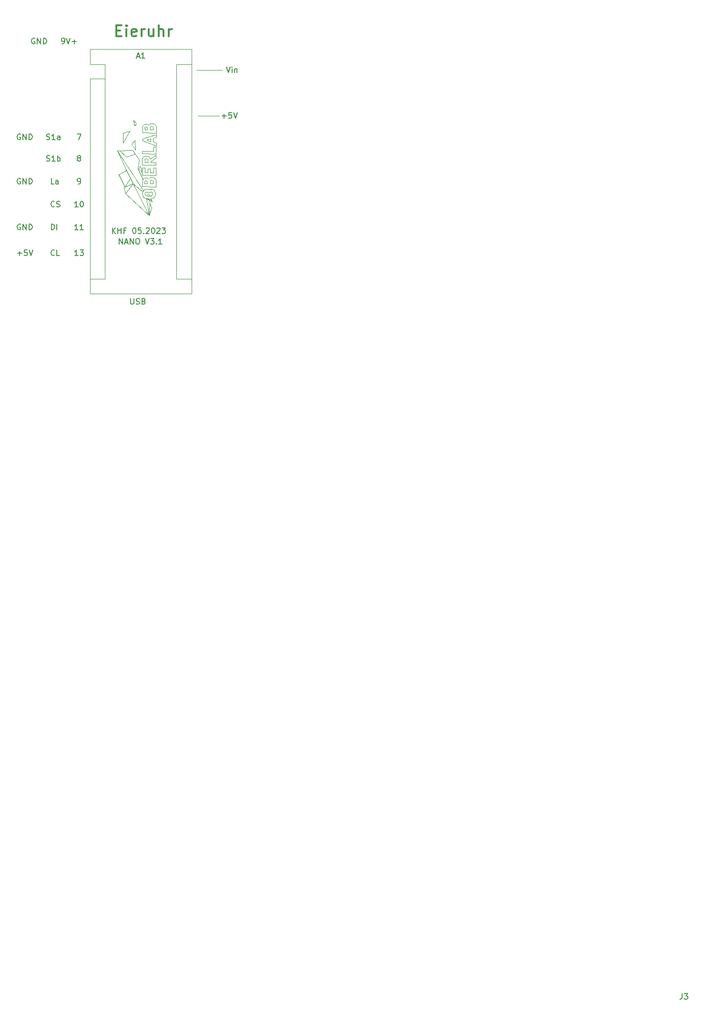
<source format=gbr>
%TF.GenerationSoftware,KiCad,Pcbnew,(5.1.9)-1*%
%TF.CreationDate,2023-04-30T12:58:08+02:00*%
%TF.ProjectId,NANO_Bot,4e414e4f-5f42-46f7-942e-6b696361645f,rev?*%
%TF.SameCoordinates,Original*%
%TF.FileFunction,Legend,Top*%
%TF.FilePolarity,Positive*%
%FSLAX46Y46*%
G04 Gerber Fmt 4.6, Leading zero omitted, Abs format (unit mm)*
G04 Created by KiCad (PCBNEW (5.1.9)-1) date 2023-04-30 12:58:08*
%MOMM*%
%LPD*%
G01*
G04 APERTURE LIST*
%ADD10C,0.150000*%
%ADD11C,0.300000*%
%ADD12C,0.120000*%
%ADD13C,0.050000*%
G04 APERTURE END LIST*
D10*
X118427523Y-345384380D02*
X117856095Y-345384380D01*
X118141809Y-345384380D02*
X118141809Y-344384380D01*
X118046571Y-344527238D01*
X117951333Y-344622476D01*
X117856095Y-344670095D01*
X118760857Y-344384380D02*
X119379904Y-344384380D01*
X119046571Y-344765333D01*
X119189428Y-344765333D01*
X119284666Y-344812952D01*
X119332285Y-344860571D01*
X119379904Y-344955809D01*
X119379904Y-345193904D01*
X119332285Y-345289142D01*
X119284666Y-345336761D01*
X119189428Y-345384380D01*
X118903714Y-345384380D01*
X118808476Y-345336761D01*
X118760857Y-345289142D01*
X107680285Y-345003428D02*
X108442190Y-345003428D01*
X108061238Y-345384380D02*
X108061238Y-344622476D01*
X109394571Y-344384380D02*
X108918380Y-344384380D01*
X108870761Y-344860571D01*
X108918380Y-344812952D01*
X109013619Y-344765333D01*
X109251714Y-344765333D01*
X109346952Y-344812952D01*
X109394571Y-344860571D01*
X109442190Y-344955809D01*
X109442190Y-345193904D01*
X109394571Y-345289142D01*
X109346952Y-345336761D01*
X109251714Y-345384380D01*
X109013619Y-345384380D01*
X108918380Y-345336761D01*
X108870761Y-345289142D01*
X109727904Y-344384380D02*
X110061238Y-345384380D01*
X110394571Y-344384380D01*
X108204095Y-339860000D02*
X108108857Y-339812380D01*
X107966000Y-339812380D01*
X107823142Y-339860000D01*
X107727904Y-339955238D01*
X107680285Y-340050476D01*
X107632666Y-340240952D01*
X107632666Y-340383809D01*
X107680285Y-340574285D01*
X107727904Y-340669523D01*
X107823142Y-340764761D01*
X107966000Y-340812380D01*
X108061238Y-340812380D01*
X108204095Y-340764761D01*
X108251714Y-340717142D01*
X108251714Y-340383809D01*
X108061238Y-340383809D01*
X108680285Y-340812380D02*
X108680285Y-339812380D01*
X109251714Y-340812380D01*
X109251714Y-339812380D01*
X109727904Y-340812380D02*
X109727904Y-339812380D01*
X109966000Y-339812380D01*
X110108857Y-339860000D01*
X110204095Y-339955238D01*
X110251714Y-340050476D01*
X110299333Y-340240952D01*
X110299333Y-340383809D01*
X110251714Y-340574285D01*
X110204095Y-340669523D01*
X110108857Y-340764761D01*
X109966000Y-340812380D01*
X109727904Y-340812380D01*
X114252380Y-345289142D02*
X114204761Y-345336761D01*
X114061904Y-345384380D01*
X113966666Y-345384380D01*
X113823809Y-345336761D01*
X113728571Y-345241523D01*
X113680952Y-345146285D01*
X113633333Y-344955809D01*
X113633333Y-344812952D01*
X113680952Y-344622476D01*
X113728571Y-344527238D01*
X113823809Y-344432000D01*
X113966666Y-344384380D01*
X114061904Y-344384380D01*
X114204761Y-344432000D01*
X114252380Y-344479619D01*
X115157142Y-345384380D02*
X114680952Y-345384380D01*
X114680952Y-344384380D01*
X114252380Y-336653142D02*
X114204761Y-336700761D01*
X114061904Y-336748380D01*
X113966666Y-336748380D01*
X113823808Y-336700761D01*
X113728570Y-336605523D01*
X113680951Y-336510285D01*
X113633332Y-336319809D01*
X113633332Y-336176952D01*
X113680951Y-335986476D01*
X113728570Y-335891238D01*
X113823808Y-335796000D01*
X113966666Y-335748380D01*
X114061904Y-335748380D01*
X114204761Y-335796000D01*
X114252380Y-335843619D01*
X114633332Y-336700761D02*
X114776189Y-336748380D01*
X115014285Y-336748380D01*
X115109523Y-336700761D01*
X115157142Y-336653142D01*
X115204761Y-336557904D01*
X115204761Y-336462666D01*
X115157142Y-336367428D01*
X115109523Y-336319809D01*
X115014285Y-336272190D01*
X114823808Y-336224571D01*
X114728570Y-336176952D01*
X114680951Y-336129333D01*
X114633332Y-336034095D01*
X114633332Y-335938857D01*
X114680951Y-335843619D01*
X114728570Y-335796000D01*
X114823808Y-335748380D01*
X115061904Y-335748380D01*
X115204761Y-335796000D01*
X114157142Y-332684380D02*
X113680952Y-332684380D01*
X113680952Y-331684380D01*
X114919047Y-332684380D02*
X114919047Y-332160571D01*
X114871428Y-332065333D01*
X114776190Y-332017714D01*
X114585714Y-332017714D01*
X114490476Y-332065333D01*
X114919047Y-332636761D02*
X114823809Y-332684380D01*
X114585714Y-332684380D01*
X114490476Y-332636761D01*
X114442857Y-332541523D01*
X114442857Y-332446285D01*
X114490476Y-332351047D01*
X114585714Y-332303428D01*
X114823809Y-332303428D01*
X114919047Y-332255809D01*
X108204095Y-323858000D02*
X108108857Y-323810380D01*
X107966000Y-323810380D01*
X107823142Y-323858000D01*
X107727904Y-323953238D01*
X107680285Y-324048476D01*
X107632666Y-324238952D01*
X107632666Y-324381809D01*
X107680285Y-324572285D01*
X107727904Y-324667523D01*
X107823142Y-324762761D01*
X107966000Y-324810380D01*
X108061238Y-324810380D01*
X108204095Y-324762761D01*
X108251714Y-324715142D01*
X108251714Y-324381809D01*
X108061238Y-324381809D01*
X108680285Y-324810380D02*
X108680285Y-323810380D01*
X109251714Y-324810380D01*
X109251714Y-323810380D01*
X109727904Y-324810380D02*
X109727904Y-323810380D01*
X109966000Y-323810380D01*
X110108857Y-323858000D01*
X110204095Y-323953238D01*
X110251714Y-324048476D01*
X110299333Y-324238952D01*
X110299333Y-324381809D01*
X110251714Y-324572285D01*
X110204095Y-324667523D01*
X110108857Y-324762761D01*
X109966000Y-324810380D01*
X109727904Y-324810380D01*
D11*
X125238476Y-305419142D02*
X125905142Y-305419142D01*
X126190857Y-306466761D02*
X125238476Y-306466761D01*
X125238476Y-304466761D01*
X126190857Y-304466761D01*
X127048000Y-306466761D02*
X127048000Y-305133428D01*
X127048000Y-304466761D02*
X126952761Y-304562000D01*
X127048000Y-304657238D01*
X127143238Y-304562000D01*
X127048000Y-304466761D01*
X127048000Y-304657238D01*
X128762285Y-306371523D02*
X128571809Y-306466761D01*
X128190857Y-306466761D01*
X128000380Y-306371523D01*
X127905142Y-306181047D01*
X127905142Y-305419142D01*
X128000380Y-305228666D01*
X128190857Y-305133428D01*
X128571809Y-305133428D01*
X128762285Y-305228666D01*
X128857523Y-305419142D01*
X128857523Y-305609619D01*
X127905142Y-305800095D01*
X129714666Y-306466761D02*
X129714666Y-305133428D01*
X129714666Y-305514380D02*
X129809904Y-305323904D01*
X129905142Y-305228666D01*
X130095619Y-305133428D01*
X130286095Y-305133428D01*
X131809904Y-305133428D02*
X131809904Y-306466761D01*
X130952761Y-305133428D02*
X130952761Y-306181047D01*
X131048000Y-306371523D01*
X131238476Y-306466761D01*
X131524190Y-306466761D01*
X131714666Y-306371523D01*
X131809904Y-306276285D01*
X132762285Y-306466761D02*
X132762285Y-304466761D01*
X133619428Y-306466761D02*
X133619428Y-305419142D01*
X133524190Y-305228666D01*
X133333714Y-305133428D01*
X133048000Y-305133428D01*
X132857523Y-305228666D01*
X132762285Y-305323904D01*
X134571809Y-306466761D02*
X134571809Y-305133428D01*
X134571809Y-305514380D02*
X134667047Y-305323904D01*
X134762285Y-305228666D01*
X134952761Y-305133428D01*
X135143238Y-305133428D01*
D12*
X139700000Y-320548000D02*
X143510000Y-320548000D01*
X139446000Y-312420000D02*
X144018000Y-312420000D01*
D10*
X127770095Y-353020380D02*
X127770095Y-353829904D01*
X127817714Y-353925142D01*
X127865333Y-353972761D01*
X127960571Y-354020380D01*
X128151047Y-354020380D01*
X128246285Y-353972761D01*
X128293904Y-353925142D01*
X128341523Y-353829904D01*
X128341523Y-353020380D01*
X128770095Y-353972761D02*
X128912952Y-354020380D01*
X129151047Y-354020380D01*
X129246285Y-353972761D01*
X129293904Y-353925142D01*
X129341523Y-353829904D01*
X129341523Y-353734666D01*
X129293904Y-353639428D01*
X129246285Y-353591809D01*
X129151047Y-353544190D01*
X128960571Y-353496571D01*
X128865333Y-353448952D01*
X128817714Y-353401333D01*
X128770095Y-353306095D01*
X128770095Y-353210857D01*
X128817714Y-353115619D01*
X128865333Y-353068000D01*
X128960571Y-353020380D01*
X129198666Y-353020380D01*
X129341523Y-353068000D01*
X130103428Y-353496571D02*
X130246285Y-353544190D01*
X130293904Y-353591809D01*
X130341523Y-353687047D01*
X130341523Y-353829904D01*
X130293904Y-353925142D01*
X130246285Y-353972761D01*
X130151047Y-354020380D01*
X129770095Y-354020380D01*
X129770095Y-353020380D01*
X130103428Y-353020380D01*
X130198666Y-353068000D01*
X130246285Y-353115619D01*
X130293904Y-353210857D01*
X130293904Y-353306095D01*
X130246285Y-353401333D01*
X130198666Y-353448952D01*
X130103428Y-353496571D01*
X129770095Y-353496571D01*
X144002285Y-320619428D02*
X144764190Y-320619428D01*
X144383238Y-321000380D02*
X144383238Y-320238476D01*
X145716571Y-320000380D02*
X145240380Y-320000380D01*
X145192761Y-320476571D01*
X145240380Y-320428952D01*
X145335619Y-320381333D01*
X145573714Y-320381333D01*
X145668952Y-320428952D01*
X145716571Y-320476571D01*
X145764190Y-320571809D01*
X145764190Y-320809904D01*
X145716571Y-320905142D01*
X145668952Y-320952761D01*
X145573714Y-321000380D01*
X145335619Y-321000380D01*
X145240380Y-320952761D01*
X145192761Y-320905142D01*
X146049904Y-320000380D02*
X146383238Y-321000380D01*
X146716571Y-320000380D01*
X144772190Y-311872380D02*
X145105523Y-312872380D01*
X145438857Y-311872380D01*
X145772190Y-312872380D02*
X145772190Y-312205714D01*
X145772190Y-311872380D02*
X145724571Y-311920000D01*
X145772190Y-311967619D01*
X145819809Y-311920000D01*
X145772190Y-311872380D01*
X145772190Y-311967619D01*
X146248380Y-312205714D02*
X146248380Y-312872380D01*
X146248380Y-312300952D02*
X146296000Y-312253333D01*
X146391238Y-312205714D01*
X146534095Y-312205714D01*
X146629333Y-312253333D01*
X146676952Y-312348571D01*
X146676952Y-312872380D01*
X118284666Y-323810380D02*
X118951333Y-323810380D01*
X118522761Y-324810380D01*
X118427523Y-332684380D02*
X118618000Y-332684380D01*
X118713238Y-332636761D01*
X118760857Y-332589142D01*
X118856095Y-332446285D01*
X118903714Y-332255809D01*
X118903714Y-331874857D01*
X118856095Y-331779619D01*
X118808476Y-331732000D01*
X118713238Y-331684380D01*
X118522761Y-331684380D01*
X118427523Y-331732000D01*
X118379904Y-331779619D01*
X118332285Y-331874857D01*
X118332285Y-332112952D01*
X118379904Y-332208190D01*
X118427523Y-332255809D01*
X118522761Y-332303428D01*
X118713238Y-332303428D01*
X118808476Y-332255809D01*
X118856095Y-332208190D01*
X118903714Y-332112952D01*
X118427523Y-336748380D02*
X117856095Y-336748380D01*
X118141809Y-336748380D02*
X118141809Y-335748380D01*
X118046571Y-335891238D01*
X117951333Y-335986476D01*
X117856095Y-336034095D01*
X119046571Y-335748380D02*
X119141809Y-335748380D01*
X119237047Y-335796000D01*
X119284666Y-335843619D01*
X119332285Y-335938857D01*
X119379904Y-336129333D01*
X119379904Y-336367428D01*
X119332285Y-336557904D01*
X119284666Y-336653142D01*
X119237047Y-336700761D01*
X119141809Y-336748380D01*
X119046571Y-336748380D01*
X118951333Y-336700761D01*
X118903714Y-336653142D01*
X118856095Y-336557904D01*
X118808476Y-336367428D01*
X118808476Y-336129333D01*
X118856095Y-335938857D01*
X118903714Y-335843619D01*
X118951333Y-335796000D01*
X119046571Y-335748380D01*
X118522761Y-328048952D02*
X118427523Y-328001333D01*
X118379904Y-327953714D01*
X118332285Y-327858476D01*
X118332285Y-327810857D01*
X118379904Y-327715619D01*
X118427523Y-327668000D01*
X118522761Y-327620380D01*
X118713238Y-327620380D01*
X118808476Y-327668000D01*
X118856095Y-327715619D01*
X118903714Y-327810857D01*
X118903714Y-327858476D01*
X118856095Y-327953714D01*
X118808476Y-328001333D01*
X118713238Y-328048952D01*
X118522761Y-328048952D01*
X118427523Y-328096571D01*
X118379904Y-328144190D01*
X118332285Y-328239428D01*
X118332285Y-328429904D01*
X118379904Y-328525142D01*
X118427523Y-328572761D01*
X118522761Y-328620380D01*
X118713238Y-328620380D01*
X118808476Y-328572761D01*
X118856095Y-328525142D01*
X118903714Y-328429904D01*
X118903714Y-328239428D01*
X118856095Y-328144190D01*
X118808476Y-328096571D01*
X118713238Y-328048952D01*
X118427523Y-340812380D02*
X117856095Y-340812380D01*
X118141809Y-340812380D02*
X118141809Y-339812380D01*
X118046571Y-339955238D01*
X117951333Y-340050476D01*
X117856095Y-340098095D01*
X119379904Y-340812380D02*
X118808476Y-340812380D01*
X119094190Y-340812380D02*
X119094190Y-339812380D01*
X118998952Y-339955238D01*
X118903714Y-340050476D01*
X118808476Y-340098095D01*
X125778095Y-343352380D02*
X125778095Y-342352380D01*
X126349523Y-343352380D01*
X126349523Y-342352380D01*
X126778095Y-343066666D02*
X127254285Y-343066666D01*
X126682857Y-343352380D02*
X127016190Y-342352380D01*
X127349523Y-343352380D01*
X127682857Y-343352380D02*
X127682857Y-342352380D01*
X128254285Y-343352380D01*
X128254285Y-342352380D01*
X128920952Y-342352380D02*
X129111428Y-342352380D01*
X129206666Y-342400000D01*
X129301904Y-342495238D01*
X129349523Y-342685714D01*
X129349523Y-343019047D01*
X129301904Y-343209523D01*
X129206666Y-343304761D01*
X129111428Y-343352380D01*
X128920952Y-343352380D01*
X128825714Y-343304761D01*
X128730476Y-343209523D01*
X128682857Y-343019047D01*
X128682857Y-342685714D01*
X128730476Y-342495238D01*
X128825714Y-342400000D01*
X128920952Y-342352380D01*
X130397142Y-342352380D02*
X130730476Y-343352380D01*
X131063809Y-342352380D01*
X131301904Y-342352380D02*
X131920952Y-342352380D01*
X131587619Y-342733333D01*
X131730476Y-342733333D01*
X131825714Y-342780952D01*
X131873333Y-342828571D01*
X131920952Y-342923809D01*
X131920952Y-343161904D01*
X131873333Y-343257142D01*
X131825714Y-343304761D01*
X131730476Y-343352380D01*
X131444761Y-343352380D01*
X131349523Y-343304761D01*
X131301904Y-343257142D01*
X132349523Y-343257142D02*
X132397142Y-343304761D01*
X132349523Y-343352380D01*
X132301904Y-343304761D01*
X132349523Y-343257142D01*
X132349523Y-343352380D01*
X133349523Y-343352380D02*
X132778095Y-343352380D01*
X133063809Y-343352380D02*
X133063809Y-342352380D01*
X132968571Y-342495238D01*
X132873333Y-342590476D01*
X132778095Y-342638095D01*
X113680952Y-340812380D02*
X113680952Y-339812380D01*
X113919047Y-339812380D01*
X114061904Y-339860000D01*
X114157142Y-339955238D01*
X114204761Y-340050476D01*
X114252380Y-340240952D01*
X114252380Y-340383809D01*
X114204761Y-340574285D01*
X114157142Y-340669523D01*
X114061904Y-340764761D01*
X113919047Y-340812380D01*
X113680952Y-340812380D01*
X114680952Y-340812380D02*
X114680952Y-339812380D01*
X108204095Y-331732000D02*
X108108857Y-331684380D01*
X107966000Y-331684380D01*
X107823142Y-331732000D01*
X107727904Y-331827238D01*
X107680285Y-331922476D01*
X107632666Y-332112952D01*
X107632666Y-332255809D01*
X107680285Y-332446285D01*
X107727904Y-332541523D01*
X107823142Y-332636761D01*
X107966000Y-332684380D01*
X108061238Y-332684380D01*
X108204095Y-332636761D01*
X108251714Y-332589142D01*
X108251714Y-332255809D01*
X108061238Y-332255809D01*
X108680285Y-332684380D02*
X108680285Y-331684380D01*
X109251714Y-332684380D01*
X109251714Y-331684380D01*
X109727904Y-332684380D02*
X109727904Y-331684380D01*
X109966000Y-331684380D01*
X110108857Y-331732000D01*
X110204095Y-331827238D01*
X110251714Y-331922476D01*
X110299333Y-332112952D01*
X110299333Y-332255809D01*
X110251714Y-332446285D01*
X110204095Y-332541523D01*
X110108857Y-332636761D01*
X109966000Y-332684380D01*
X109727904Y-332684380D01*
X112831714Y-328572761D02*
X112974571Y-328620380D01*
X113212666Y-328620380D01*
X113307904Y-328572761D01*
X113355523Y-328525142D01*
X113403142Y-328429904D01*
X113403142Y-328334666D01*
X113355523Y-328239428D01*
X113307904Y-328191809D01*
X113212666Y-328144190D01*
X113022190Y-328096571D01*
X112926952Y-328048952D01*
X112879333Y-328001333D01*
X112831714Y-327906095D01*
X112831714Y-327810857D01*
X112879333Y-327715619D01*
X112926952Y-327668000D01*
X113022190Y-327620380D01*
X113260285Y-327620380D01*
X113403142Y-327668000D01*
X114355523Y-328620380D02*
X113784095Y-328620380D01*
X114069809Y-328620380D02*
X114069809Y-327620380D01*
X113974571Y-327763238D01*
X113879333Y-327858476D01*
X113784095Y-327906095D01*
X114784095Y-328620380D02*
X114784095Y-327620380D01*
X114784095Y-328001333D02*
X114879333Y-327953714D01*
X115069809Y-327953714D01*
X115165047Y-328001333D01*
X115212666Y-328048952D01*
X115260285Y-328144190D01*
X115260285Y-328429904D01*
X115212666Y-328525142D01*
X115165047Y-328572761D01*
X115069809Y-328620380D01*
X114879333Y-328620380D01*
X114784095Y-328572761D01*
X112831714Y-324762761D02*
X112974571Y-324810380D01*
X113212666Y-324810380D01*
X113307904Y-324762761D01*
X113355523Y-324715142D01*
X113403142Y-324619904D01*
X113403142Y-324524666D01*
X113355523Y-324429428D01*
X113307904Y-324381809D01*
X113212666Y-324334190D01*
X113022190Y-324286571D01*
X112926952Y-324238952D01*
X112879333Y-324191333D01*
X112831714Y-324096095D01*
X112831714Y-324000857D01*
X112879333Y-323905619D01*
X112926952Y-323858000D01*
X113022190Y-323810380D01*
X113260285Y-323810380D01*
X113403142Y-323858000D01*
X114355523Y-324810380D02*
X113784095Y-324810380D01*
X114069809Y-324810380D02*
X114069809Y-323810380D01*
X113974571Y-323953238D01*
X113879333Y-324048476D01*
X113784095Y-324096095D01*
X115212666Y-324810380D02*
X115212666Y-324286571D01*
X115165047Y-324191333D01*
X115069809Y-324143714D01*
X114879333Y-324143714D01*
X114784095Y-324191333D01*
X115212666Y-324762761D02*
X115117428Y-324810380D01*
X114879333Y-324810380D01*
X114784095Y-324762761D01*
X114736476Y-324667523D01*
X114736476Y-324572285D01*
X114784095Y-324477047D01*
X114879333Y-324429428D01*
X115117428Y-324429428D01*
X115212666Y-324381809D01*
X115601904Y-307792380D02*
X115792380Y-307792380D01*
X115887619Y-307744761D01*
X115935238Y-307697142D01*
X116030476Y-307554285D01*
X116078095Y-307363809D01*
X116078095Y-306982857D01*
X116030476Y-306887619D01*
X115982857Y-306840000D01*
X115887619Y-306792380D01*
X115697142Y-306792380D01*
X115601904Y-306840000D01*
X115554285Y-306887619D01*
X115506666Y-306982857D01*
X115506666Y-307220952D01*
X115554285Y-307316190D01*
X115601904Y-307363809D01*
X115697142Y-307411428D01*
X115887619Y-307411428D01*
X115982857Y-307363809D01*
X116030476Y-307316190D01*
X116078095Y-307220952D01*
X116363809Y-306792380D02*
X116697142Y-307792380D01*
X117030476Y-306792380D01*
X117363809Y-307411428D02*
X118125714Y-307411428D01*
X117744761Y-307792380D02*
X117744761Y-307030476D01*
X124529523Y-341462380D02*
X124529523Y-340462380D01*
X125100952Y-341462380D02*
X124672380Y-340890952D01*
X125100952Y-340462380D02*
X124529523Y-341033809D01*
X125529523Y-341462380D02*
X125529523Y-340462380D01*
X125529523Y-340938571D02*
X126100952Y-340938571D01*
X126100952Y-341462380D02*
X126100952Y-340462380D01*
X126910476Y-340938571D02*
X126577142Y-340938571D01*
X126577142Y-341462380D02*
X126577142Y-340462380D01*
X127053333Y-340462380D01*
X128386666Y-340462380D02*
X128481904Y-340462380D01*
X128577142Y-340510000D01*
X128624761Y-340557619D01*
X128672380Y-340652857D01*
X128720000Y-340843333D01*
X128720000Y-341081428D01*
X128672380Y-341271904D01*
X128624761Y-341367142D01*
X128577142Y-341414761D01*
X128481904Y-341462380D01*
X128386666Y-341462380D01*
X128291428Y-341414761D01*
X128243809Y-341367142D01*
X128196190Y-341271904D01*
X128148571Y-341081428D01*
X128148571Y-340843333D01*
X128196190Y-340652857D01*
X128243809Y-340557619D01*
X128291428Y-340510000D01*
X128386666Y-340462380D01*
X129624761Y-340462380D02*
X129148571Y-340462380D01*
X129100952Y-340938571D01*
X129148571Y-340890952D01*
X129243809Y-340843333D01*
X129481904Y-340843333D01*
X129577142Y-340890952D01*
X129624761Y-340938571D01*
X129672380Y-341033809D01*
X129672380Y-341271904D01*
X129624761Y-341367142D01*
X129577142Y-341414761D01*
X129481904Y-341462380D01*
X129243809Y-341462380D01*
X129148571Y-341414761D01*
X129100952Y-341367142D01*
X130100952Y-341367142D02*
X130148571Y-341414761D01*
X130100952Y-341462380D01*
X130053333Y-341414761D01*
X130100952Y-341367142D01*
X130100952Y-341462380D01*
X130529523Y-340557619D02*
X130577142Y-340510000D01*
X130672380Y-340462380D01*
X130910476Y-340462380D01*
X131005714Y-340510000D01*
X131053333Y-340557619D01*
X131100952Y-340652857D01*
X131100952Y-340748095D01*
X131053333Y-340890952D01*
X130481904Y-341462380D01*
X131100952Y-341462380D01*
X131720000Y-340462380D02*
X131815238Y-340462380D01*
X131910476Y-340510000D01*
X131958095Y-340557619D01*
X132005714Y-340652857D01*
X132053333Y-340843333D01*
X132053333Y-341081428D01*
X132005714Y-341271904D01*
X131958095Y-341367142D01*
X131910476Y-341414761D01*
X131815238Y-341462380D01*
X131720000Y-341462380D01*
X131624761Y-341414761D01*
X131577142Y-341367142D01*
X131529523Y-341271904D01*
X131481904Y-341081428D01*
X131481904Y-340843333D01*
X131529523Y-340652857D01*
X131577142Y-340557619D01*
X131624761Y-340510000D01*
X131720000Y-340462380D01*
X132434285Y-340557619D02*
X132481904Y-340510000D01*
X132577142Y-340462380D01*
X132815238Y-340462380D01*
X132910476Y-340510000D01*
X132958095Y-340557619D01*
X133005714Y-340652857D01*
X133005714Y-340748095D01*
X132958095Y-340890952D01*
X132386666Y-341462380D01*
X133005714Y-341462380D01*
X133339047Y-340462380D02*
X133958095Y-340462380D01*
X133624761Y-340843333D01*
X133767619Y-340843333D01*
X133862857Y-340890952D01*
X133910476Y-340938571D01*
X133958095Y-341033809D01*
X133958095Y-341271904D01*
X133910476Y-341367142D01*
X133862857Y-341414761D01*
X133767619Y-341462380D01*
X133481904Y-341462380D01*
X133386666Y-341414761D01*
X133339047Y-341367142D01*
D13*
%TO.C,G\u002A\u002A\u002A*%
X128148000Y-326717000D02*
X129273000Y-328342000D01*
X128773000Y-321917000D02*
X128448000Y-322342000D01*
D12*
X131248000Y-332642000D02*
X131748000Y-332642000D01*
D13*
X128298000Y-321342000D02*
X128773000Y-321917000D01*
X126798000Y-333217000D02*
X127698000Y-331642000D01*
X131198000Y-335567000D02*
X131048000Y-338242000D01*
X129048000Y-330017000D02*
X129948000Y-331842000D01*
X125623000Y-331017000D02*
X126798000Y-333217000D01*
X131048000Y-338242000D02*
X130573000Y-335342000D01*
D12*
X130298000Y-328392000D02*
X130298000Y-328842000D01*
X129848000Y-329342000D02*
X132298000Y-329342000D01*
D13*
X131048000Y-338242000D02*
X131523000Y-336917000D01*
X130573000Y-335342000D02*
X131198000Y-335567000D01*
X129823000Y-330667000D02*
X129223000Y-329892000D01*
X129273000Y-328342000D02*
X129048000Y-330017000D01*
X131048000Y-338242000D02*
X126873000Y-334342000D01*
D12*
X131748000Y-332642000D02*
X131748000Y-332192000D01*
D13*
X129223000Y-329892000D02*
X129498000Y-329492000D01*
D12*
X129848000Y-333142000D02*
X132298000Y-333192000D01*
D13*
X126873000Y-334342000D02*
X126623000Y-333317000D01*
D12*
X132323000Y-325392000D02*
X131723000Y-325142000D01*
X132298000Y-327492000D02*
X131348000Y-328192000D01*
X130773000Y-323067000D02*
X130773000Y-322767000D01*
X129842594Y-328233269D02*
X129848000Y-329342000D01*
D13*
X127048000Y-330267000D02*
X128198000Y-332592000D01*
D12*
X132323000Y-323617000D02*
X132323000Y-322417000D01*
X130273000Y-323067000D02*
X130273000Y-322817000D01*
D13*
X131298000Y-335292000D02*
X131573000Y-335842000D01*
X128598000Y-326567000D02*
X127923000Y-325567000D01*
X125423000Y-326792000D02*
X128148000Y-326717000D01*
X130948000Y-334417000D02*
X131123000Y-334792000D01*
X130023000Y-333892000D02*
X125423000Y-326792000D01*
D12*
X130298000Y-328842000D02*
X130848000Y-328842000D01*
D13*
X131573000Y-335842000D02*
X130773000Y-335267000D01*
D12*
X131273000Y-323067000D02*
X131773000Y-323067000D01*
D13*
X126448000Y-325442000D02*
X127573000Y-323292000D01*
D12*
X131798000Y-329792000D02*
X131798000Y-330642000D01*
X132298000Y-327992000D02*
X132298000Y-327592000D01*
X132298000Y-331042000D02*
X132298000Y-329792000D01*
D13*
X129498000Y-329492000D02*
X129848000Y-330467000D01*
X128448000Y-322342000D02*
X128298000Y-321342000D01*
D12*
X132298000Y-333192000D02*
X132298000Y-331992000D01*
X131348000Y-328892000D02*
X131348000Y-328742000D01*
D13*
X127923000Y-325567000D02*
X128498000Y-324867000D01*
D12*
X130848000Y-328842000D02*
X130848000Y-328342000D01*
X129861605Y-332242000D02*
X129848000Y-333142000D01*
X131243050Y-332641999D02*
X131243050Y-332241999D01*
X130698000Y-334092000D02*
X131348000Y-334092000D01*
D13*
X126873000Y-334342000D02*
X128198000Y-332592000D01*
D12*
X132298000Y-329792000D02*
X131798000Y-329792000D01*
X129886605Y-322667000D02*
X129873000Y-323567000D01*
X131268050Y-323066999D02*
X131268050Y-322666999D01*
D13*
X130548000Y-334742000D02*
X130948000Y-334417000D01*
D12*
X130698000Y-334792000D02*
X131398000Y-334792000D01*
D13*
X126623000Y-333317000D02*
X128198000Y-332592000D01*
D12*
X130323000Y-323067000D02*
X130773000Y-323067000D01*
X131323000Y-324617000D02*
X130573000Y-324842000D01*
D13*
X127573000Y-323292000D02*
X126398000Y-323642000D01*
D12*
X131848000Y-326067000D02*
X132298000Y-326067000D01*
X130348000Y-330642000D02*
X130348000Y-329792000D01*
D13*
X125823000Y-326767000D02*
X127048000Y-327892000D01*
D12*
X129873000Y-323567000D02*
X132323000Y-323617000D01*
X130573000Y-324842000D02*
X131323000Y-325117000D01*
D13*
X127048000Y-327892000D02*
X128548000Y-327317000D01*
D12*
X132298000Y-327592000D02*
X132298000Y-327492000D01*
X131798000Y-330642000D02*
X131248000Y-330642000D01*
X131723000Y-324542000D02*
X132323000Y-324292000D01*
X129848000Y-329792000D02*
X129848000Y-331092000D01*
X132298000Y-329342000D02*
X132298000Y-328892000D01*
X131323000Y-325117000D02*
X131323000Y-324617000D01*
X129873000Y-324992000D02*
X132323000Y-325892000D01*
X131348000Y-328742000D02*
X132298000Y-327992000D01*
X131248000Y-330642000D02*
X131248000Y-329992000D01*
D13*
X125623000Y-331017000D02*
X127048000Y-330267000D01*
D12*
X130248000Y-332642000D02*
X130248000Y-332392000D01*
X130348000Y-329792000D02*
X129848000Y-329792000D01*
X130748000Y-332642000D02*
X130748000Y-332342000D01*
D13*
X131523000Y-336917000D02*
X131173000Y-336092000D01*
X128198000Y-332592000D02*
X131048000Y-338242000D01*
X127048000Y-330267000D02*
X125423000Y-326792000D01*
X128498000Y-324867000D02*
X128598000Y-326542000D01*
D12*
X132298000Y-328892000D02*
X131348000Y-328892000D01*
D13*
X126398000Y-323642000D02*
X126448000Y-325442000D01*
D12*
X131773000Y-323067000D02*
X131773000Y-322617000D01*
X132323000Y-324292000D02*
X132323000Y-323892000D01*
X129873000Y-324667000D02*
X129873000Y-324992000D01*
X131248000Y-329992000D02*
X130798000Y-329992000D01*
X130698000Y-333592000D02*
X131398000Y-333592000D01*
X129848000Y-326842000D02*
X131848000Y-326817000D01*
X132323000Y-325392000D02*
X132323000Y-325892000D01*
X131723000Y-325142000D02*
X131723000Y-324542000D01*
X132298000Y-331142000D02*
X132298000Y-331042000D01*
X130798000Y-330642000D02*
X130348000Y-330642000D01*
X129848000Y-331092000D02*
X132298000Y-331142000D01*
X130298000Y-332642000D02*
X130748000Y-332642000D01*
X132298000Y-327317000D02*
X129848000Y-327292000D01*
X132298000Y-326067000D02*
X132298000Y-327317000D01*
X131398000Y-335292000D02*
X130698000Y-335292000D01*
X129848000Y-327292000D02*
X129848000Y-326842000D01*
X130798000Y-329992000D02*
X130798000Y-330642000D01*
X131848000Y-326817000D02*
X131848000Y-326067000D01*
D13*
X128198000Y-332592000D02*
X129923000Y-334067000D01*
D12*
X132323000Y-323892000D02*
X129873000Y-324667000D01*
X130698000Y-335292000D02*
G75*
G02*
X130698000Y-333592000I0J850000D01*
G01*
X129842594Y-328233269D02*
G75*
G02*
X131297999Y-328217001I730406J-233731D01*
G01*
X131398000Y-334092000D02*
G75*
G02*
X131398000Y-334792000I0J-350000D01*
G01*
X129886605Y-322667000D02*
G75*
G02*
X130972999Y-322217001I636395J0D01*
G01*
X130698000Y-334792000D02*
G75*
G02*
X130698000Y-334092000I0J350000D01*
G01*
X130255464Y-332402634D02*
G75*
G02*
X130748000Y-332342000I242536J60634D01*
G01*
X130989064Y-331815744D02*
G75*
G02*
X132297999Y-331992001I608936J-426256D01*
G01*
X131268050Y-322666999D02*
G75*
G02*
X131772999Y-322617001I254950J-1D01*
G01*
X131398000Y-333592000D02*
G75*
G02*
X131398000Y-335292000I0J-850000D01*
G01*
X130298001Y-328342000D02*
G75*
G02*
X130847999Y-328342001I274999J-125000D01*
G01*
X129861605Y-332242000D02*
G75*
G02*
X130947999Y-331792001I636395J0D01*
G01*
X131243050Y-332241999D02*
G75*
G02*
X131747999Y-332192001I254950J-1D01*
G01*
X130280464Y-322827634D02*
G75*
G02*
X130773000Y-322767000I242536J60634D01*
G01*
X131014064Y-322240744D02*
G75*
G02*
X132322999Y-322417001I608936J-426256D01*
G01*
%TO.C,A1*%
X138591001Y-308755001D02*
X120551001Y-308755001D01*
X138591001Y-352195001D02*
X138591001Y-308755001D01*
X120551001Y-352195001D02*
X138591001Y-352195001D01*
X123221001Y-349525001D02*
X120551001Y-349525001D01*
X123221001Y-313965001D02*
X123221001Y-349525001D01*
X123221001Y-313965001D02*
X120551001Y-313965001D01*
X135921001Y-349525001D02*
X138591001Y-349525001D01*
X135921001Y-311425001D02*
X135921001Y-349525001D01*
X135921001Y-311425001D02*
X138591001Y-311425001D01*
X120551001Y-308755001D02*
X120551001Y-311425001D01*
X120551001Y-313965001D02*
X120551001Y-352195001D01*
X123221001Y-311425001D02*
X120551001Y-311425001D01*
X123221001Y-313965001D02*
X123221001Y-311425001D01*
%TO.C,*%
D10*
X225726666Y-476464380D02*
X225726666Y-477178666D01*
X225679047Y-477321523D01*
X225583809Y-477416761D01*
X225440952Y-477464380D01*
X225345714Y-477464380D01*
X226107619Y-476464380D02*
X226726666Y-476464380D01*
X226393333Y-476845333D01*
X226536190Y-476845333D01*
X226631428Y-476892952D01*
X226679047Y-476940571D01*
X226726666Y-477035809D01*
X226726666Y-477273904D01*
X226679047Y-477369142D01*
X226631428Y-477416761D01*
X226536190Y-477464380D01*
X226250476Y-477464380D01*
X226155238Y-477416761D01*
X226107619Y-477369142D01*
%TO.C,A1*%
X128856715Y-310046666D02*
X129332905Y-310046666D01*
X128761477Y-310332380D02*
X129094810Y-309332380D01*
X129428143Y-310332380D01*
X130285286Y-310332380D02*
X129713858Y-310332380D01*
X129999572Y-310332380D02*
X129999572Y-309332380D01*
X129904334Y-309475238D01*
X129809096Y-309570476D01*
X129713858Y-309618095D01*
%TO.C,GND*%
X110744095Y-306840000D02*
X110648857Y-306792380D01*
X110506000Y-306792380D01*
X110363142Y-306840000D01*
X110267904Y-306935238D01*
X110220285Y-307030476D01*
X110172666Y-307220952D01*
X110172666Y-307363809D01*
X110220285Y-307554285D01*
X110267904Y-307649523D01*
X110363142Y-307744761D01*
X110506000Y-307792380D01*
X110601238Y-307792380D01*
X110744095Y-307744761D01*
X110791714Y-307697142D01*
X110791714Y-307363809D01*
X110601238Y-307363809D01*
X111220285Y-307792380D02*
X111220285Y-306792380D01*
X111791714Y-307792380D01*
X111791714Y-306792380D01*
X112267904Y-307792380D02*
X112267904Y-306792380D01*
X112506000Y-306792380D01*
X112648857Y-306840000D01*
X112744095Y-306935238D01*
X112791714Y-307030476D01*
X112839333Y-307220952D01*
X112839333Y-307363809D01*
X112791714Y-307554285D01*
X112744095Y-307649523D01*
X112648857Y-307744761D01*
X112506000Y-307792380D01*
X112267904Y-307792380D01*
%TD*%
M02*

</source>
